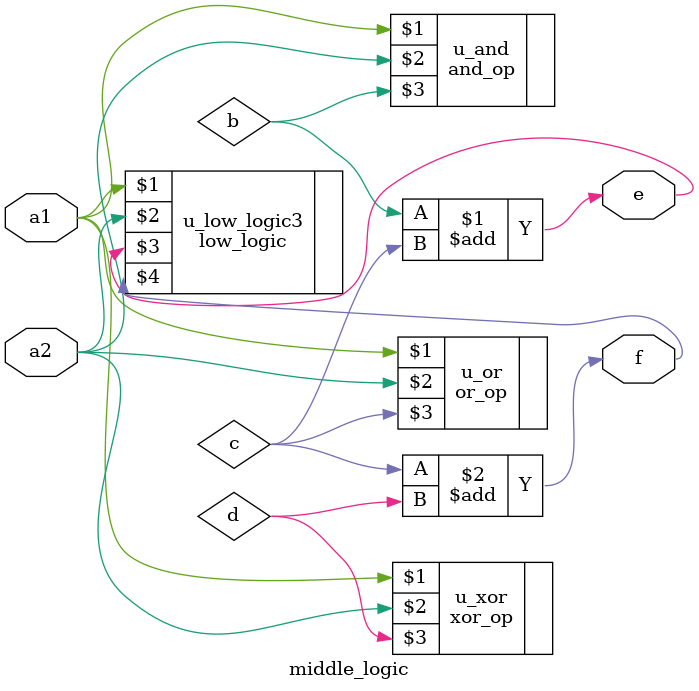
<source format=v>
module middle_logic
(
	input a1,
	input a2,
	output e,f
);

wire b,c,d;

and_op u_and(a1,a2,b);
or_op u_or(a1,a2,c);
xor_op u_xor(a1,a2,d);
low_logic u_low_logic3(a1,a2,e,f);

assign e = b + c;
assign f = c + d;

endmodule
</source>
